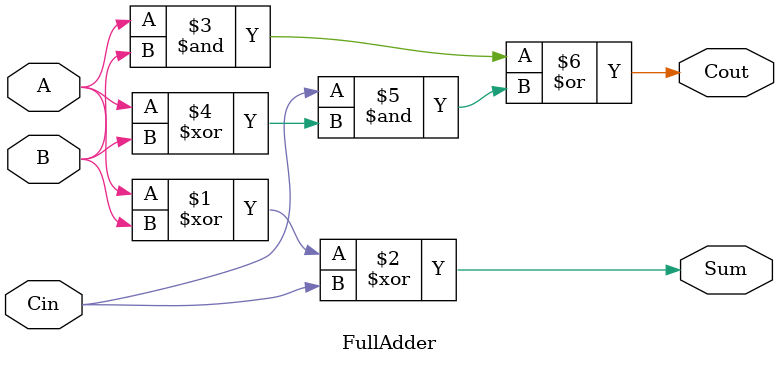
<source format=v>
module FullAdder(
    input A,
    input B,
    input Cin,
    output Sum,
    output Cout
    );

    assign Sum = A ^ B ^ Cin;
    assign Cout = (A & B) | (Cin & (A ^ B));

endmodule

</source>
